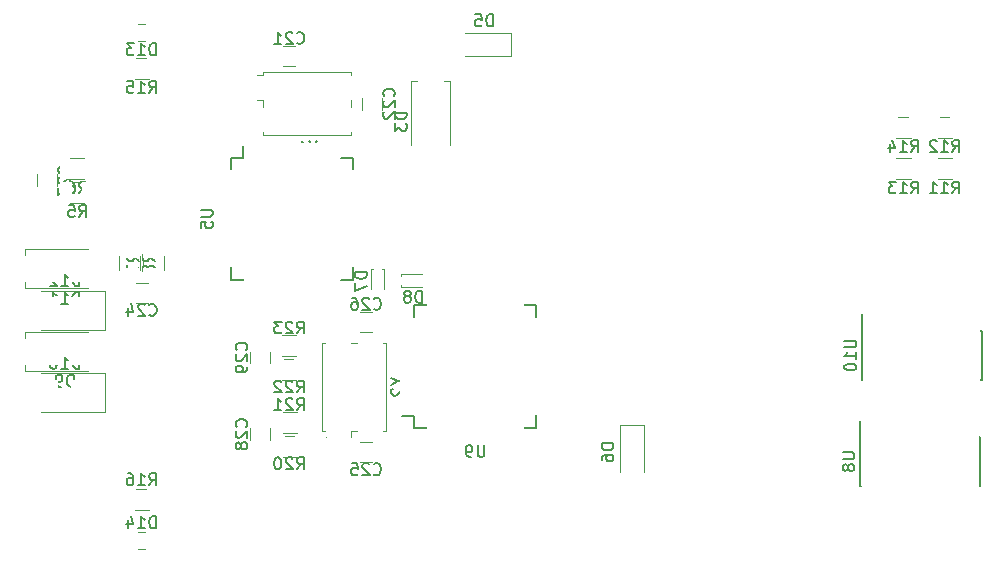
<source format=gbr>
%TF.GenerationSoftware,KiCad,Pcbnew,4.0.7-e2-6376~58~ubuntu16.04.1*%
%TF.CreationDate,2017-12-06T17:26:10+02:00*%
%TF.ProjectId,instrument_cluster,696E737472756D656E745F636C757374,rev?*%
%TF.FileFunction,Legend,Bot*%
%FSLAX46Y46*%
G04 Gerber Fmt 4.6, Leading zero omitted, Abs format (unit mm)*
G04 Created by KiCad (PCBNEW 4.0.7-e2-6376~58~ubuntu16.04.1) date Wed Dec  6 17:26:10 2017*
%MOMM*%
%LPD*%
G01*
G04 APERTURE LIST*
%ADD10C,0.100000*%
%ADD11C,0.120000*%
%ADD12C,0.150000*%
%ADD13R,1.400000X1.650000*%
%ADD14R,1.650000X1.400000*%
%ADD15R,2.200000X2.900000*%
%ADD16R,1.300000X1.600000*%
%ADD17R,1.600000X1.300000*%
%ADD18R,0.750000X0.750000*%
%ADD19R,2.100000X2.100000*%
%ADD20O,2.100000X2.100000*%
%ADD21R,1.100000X1.700000*%
%ADD22R,1.700000X1.100000*%
%ADD23R,1.000000X1.900000*%
%ADD24R,2.500000X2.100000*%
%ADD25R,2.100000X2.500000*%
%ADD26R,0.650000X1.400000*%
%ADD27R,1.400000X0.650000*%
%ADD28R,2.100000X1.800000*%
%ADD29O,2.100000X1.800000*%
%ADD30R,2.900000X2.200000*%
%ADD31R,1.600000X1.600000*%
G04 APERTURE END LIST*
D10*
D11*
X139500000Y-89350000D02*
X138500000Y-89350000D01*
X138500000Y-87650000D02*
X139500000Y-87650000D01*
X146850000Y-92000000D02*
X146850000Y-93000000D01*
X145150000Y-93000000D02*
X145150000Y-92000000D01*
X119350000Y-98500000D02*
X119350000Y-99500000D01*
X117650000Y-99500000D02*
X117650000Y-98500000D01*
X127000000Y-109350000D02*
X126000000Y-109350000D01*
X126000000Y-107650000D02*
X127000000Y-107650000D01*
X146000000Y-122850000D02*
X145000000Y-122850000D01*
X145000000Y-121150000D02*
X146000000Y-121150000D01*
X145000000Y-110150000D02*
X146000000Y-110150000D01*
X146000000Y-111850000D02*
X145000000Y-111850000D01*
X137350000Y-120000000D02*
X137350000Y-121000000D01*
X135650000Y-121000000D02*
X135650000Y-120000000D01*
X137350000Y-113500000D02*
X137350000Y-114500000D01*
X135650000Y-114500000D02*
X135650000Y-113500000D01*
X149350000Y-90600000D02*
X152650000Y-90600000D01*
X152650000Y-90600000D02*
X152650000Y-96000000D01*
X149350000Y-90600000D02*
X149350000Y-96000000D01*
X157750000Y-86500000D02*
X157750000Y-88500000D01*
X157750000Y-88500000D02*
X153850000Y-88500000D01*
X157750000Y-86500000D02*
X153850000Y-86500000D01*
X167000000Y-119750000D02*
X169000000Y-119750000D01*
X169000000Y-119750000D02*
X169000000Y-123650000D01*
X167000000Y-119750000D02*
X167000000Y-123650000D01*
X147050000Y-106500000D02*
X147050000Y-108200000D01*
X145950000Y-106500000D02*
X147050000Y-106500000D01*
X145950000Y-108200000D02*
X145950000Y-106500000D01*
X148500000Y-106950000D02*
X150200000Y-106950000D01*
X148500000Y-108050000D02*
X148500000Y-106950000D01*
X150200000Y-108050000D02*
X148500000Y-108050000D01*
X121650000Y-99120000D02*
X120450000Y-99120000D01*
X120450000Y-100880000D02*
X121650000Y-100880000D01*
X121650000Y-97120000D02*
X120450000Y-97120000D01*
X120450000Y-98880000D02*
X121650000Y-98880000D01*
X128380000Y-106600000D02*
X128380000Y-105400000D01*
X126620000Y-105400000D02*
X126620000Y-106600000D01*
X124620000Y-105400000D02*
X124620000Y-106600000D01*
X126380000Y-106600000D02*
X126380000Y-105400000D01*
X195100000Y-97120000D02*
X193900000Y-97120000D01*
X193900000Y-98880000D02*
X195100000Y-98880000D01*
X195100000Y-93620000D02*
X193900000Y-93620000D01*
X193900000Y-95380000D02*
X195100000Y-95380000D01*
X191600000Y-97120000D02*
X190400000Y-97120000D01*
X190400000Y-98880000D02*
X191600000Y-98880000D01*
X191600000Y-93620000D02*
X190400000Y-93620000D01*
X190400000Y-95380000D02*
X191600000Y-95380000D01*
X138450000Y-122380000D02*
X139650000Y-122380000D01*
X139650000Y-120620000D02*
X138450000Y-120620000D01*
X139650000Y-118620000D02*
X138450000Y-118620000D01*
X138450000Y-120380000D02*
X139650000Y-120380000D01*
X138400000Y-115880000D02*
X139600000Y-115880000D01*
X139600000Y-114120000D02*
X138400000Y-114120000D01*
X139600000Y-112120000D02*
X138400000Y-112120000D01*
X138400000Y-113880000D02*
X139600000Y-113880000D01*
D12*
X187330000Y-120725000D02*
X187355000Y-120725000D01*
X187330000Y-124875000D02*
X187435000Y-124875000D01*
X197480000Y-124875000D02*
X197375000Y-124875000D01*
X197480000Y-120725000D02*
X197375000Y-120725000D01*
X187330000Y-120725000D02*
X187330000Y-124875000D01*
X197480000Y-120725000D02*
X197480000Y-124875000D01*
X187355000Y-120725000D02*
X187355000Y-119350000D01*
X187480000Y-111725000D02*
X187505000Y-111725000D01*
X187480000Y-115875000D02*
X187585000Y-115875000D01*
X197630000Y-115875000D02*
X197525000Y-115875000D01*
X197630000Y-111725000D02*
X197525000Y-111725000D01*
X187480000Y-111725000D02*
X187480000Y-115875000D01*
X197630000Y-111725000D02*
X197630000Y-115875000D01*
X187505000Y-111725000D02*
X187505000Y-110350000D01*
D11*
X136800000Y-94900000D02*
X136800000Y-95200000D01*
X136800000Y-95200000D02*
X144200000Y-95200000D01*
X144200000Y-95200000D02*
X144200000Y-94900000D01*
X136300000Y-90100000D02*
X136800000Y-90100000D01*
X136800000Y-90100000D02*
X136800000Y-89800000D01*
X136800000Y-89800000D02*
X144200000Y-89800000D01*
X144200000Y-89800000D02*
X144200000Y-90100000D01*
X136300000Y-92200000D02*
X136800000Y-92200000D01*
X136800000Y-92200000D02*
X136800000Y-92800000D01*
X144200000Y-92800000D02*
X144200000Y-92200000D01*
X146900000Y-120200000D02*
X147200000Y-120200000D01*
X147200000Y-120200000D02*
X147200000Y-112800000D01*
X147200000Y-112800000D02*
X146900000Y-112800000D01*
X142100000Y-120700000D02*
X142100000Y-120200000D01*
X142100000Y-120200000D02*
X141800000Y-120200000D01*
X141800000Y-120200000D02*
X141800000Y-112800000D01*
X141800000Y-112800000D02*
X142100000Y-112800000D01*
X144200000Y-120700000D02*
X144200000Y-120200000D01*
X144200000Y-120200000D02*
X144800000Y-120200000D01*
X144800000Y-112800000D02*
X144200000Y-112800000D01*
D12*
X134075000Y-97075000D02*
X135075000Y-97075000D01*
X134075000Y-107425000D02*
X135150000Y-107425000D01*
X144425000Y-107425000D02*
X143350000Y-107425000D01*
X144425000Y-97075000D02*
X143350000Y-97075000D01*
X134075000Y-97075000D02*
X134075000Y-98150000D01*
X144425000Y-97075000D02*
X144425000Y-98150000D01*
X144425000Y-107425000D02*
X144425000Y-106350000D01*
X134075000Y-107425000D02*
X134075000Y-106350000D01*
X135075000Y-97075000D02*
X135075000Y-96050000D01*
X149575000Y-119925000D02*
X149575000Y-118925000D01*
X159925000Y-119925000D02*
X159925000Y-118850000D01*
X159925000Y-109575000D02*
X159925000Y-110650000D01*
X149575000Y-109575000D02*
X149575000Y-110650000D01*
X149575000Y-119925000D02*
X150650000Y-119925000D01*
X149575000Y-109575000D02*
X150650000Y-109575000D01*
X159925000Y-109575000D02*
X158850000Y-109575000D01*
X159925000Y-119925000D02*
X158850000Y-119925000D01*
X149575000Y-118925000D02*
X148550000Y-118925000D01*
D11*
X116600000Y-115150000D02*
X116600000Y-111850000D01*
X116600000Y-111850000D02*
X122000000Y-111850000D01*
X116600000Y-115150000D02*
X122000000Y-115150000D01*
X123400000Y-115350000D02*
X123400000Y-118650000D01*
X123400000Y-118650000D02*
X118000000Y-118650000D01*
X123400000Y-115350000D02*
X118000000Y-115350000D01*
X116600000Y-108150000D02*
X116600000Y-104850000D01*
X116600000Y-104850000D02*
X122000000Y-104850000D01*
X116600000Y-108150000D02*
X122000000Y-108150000D01*
X123400000Y-108350000D02*
X123400000Y-111650000D01*
X123400000Y-111650000D02*
X118000000Y-111650000D01*
X123400000Y-108350000D02*
X118000000Y-108350000D01*
X124700000Y-87200000D02*
X124700000Y-85800000D01*
X124700000Y-85800000D02*
X127500000Y-85800000D01*
X124700000Y-87200000D02*
X127500000Y-87200000D01*
X124700000Y-130200000D02*
X124700000Y-128800000D01*
X124700000Y-128800000D02*
X127500000Y-128800000D01*
X124700000Y-130200000D02*
X127500000Y-130200000D01*
X127100000Y-88620000D02*
X125900000Y-88620000D01*
X125900000Y-90380000D02*
X127100000Y-90380000D01*
X125900000Y-126880000D02*
X127100000Y-126880000D01*
X127100000Y-125120000D02*
X125900000Y-125120000D01*
D12*
X139642857Y-87357143D02*
X139690476Y-87404762D01*
X139833333Y-87452381D01*
X139928571Y-87452381D01*
X140071429Y-87404762D01*
X140166667Y-87309524D01*
X140214286Y-87214286D01*
X140261905Y-87023810D01*
X140261905Y-86880952D01*
X140214286Y-86690476D01*
X140166667Y-86595238D01*
X140071429Y-86500000D01*
X139928571Y-86452381D01*
X139833333Y-86452381D01*
X139690476Y-86500000D01*
X139642857Y-86547619D01*
X139261905Y-86547619D02*
X139214286Y-86500000D01*
X139119048Y-86452381D01*
X138880952Y-86452381D01*
X138785714Y-86500000D01*
X138738095Y-86547619D01*
X138690476Y-86642857D01*
X138690476Y-86738095D01*
X138738095Y-86880952D01*
X139309524Y-87452381D01*
X138690476Y-87452381D01*
X137738095Y-87452381D02*
X138309524Y-87452381D01*
X138023810Y-87452381D02*
X138023810Y-86452381D01*
X138119048Y-86595238D01*
X138214286Y-86690476D01*
X138309524Y-86738095D01*
X147857143Y-91857143D02*
X147904762Y-91809524D01*
X147952381Y-91666667D01*
X147952381Y-91571429D01*
X147904762Y-91428571D01*
X147809524Y-91333333D01*
X147714286Y-91285714D01*
X147523810Y-91238095D01*
X147380952Y-91238095D01*
X147190476Y-91285714D01*
X147095238Y-91333333D01*
X147000000Y-91428571D01*
X146952381Y-91571429D01*
X146952381Y-91666667D01*
X147000000Y-91809524D01*
X147047619Y-91857143D01*
X147047619Y-92238095D02*
X147000000Y-92285714D01*
X146952381Y-92380952D01*
X146952381Y-92619048D01*
X147000000Y-92714286D01*
X147047619Y-92761905D01*
X147142857Y-92809524D01*
X147238095Y-92809524D01*
X147380952Y-92761905D01*
X147952381Y-92190476D01*
X147952381Y-92809524D01*
X147047619Y-93190476D02*
X147000000Y-93238095D01*
X146952381Y-93333333D01*
X146952381Y-93571429D01*
X147000000Y-93666667D01*
X147047619Y-93714286D01*
X147142857Y-93761905D01*
X147238095Y-93761905D01*
X147380952Y-93714286D01*
X147952381Y-93142857D01*
X147952381Y-93761905D01*
X120357143Y-98357143D02*
X120404762Y-98309524D01*
X120452381Y-98166667D01*
X120452381Y-98071429D01*
X120404762Y-97928571D01*
X120309524Y-97833333D01*
X120214286Y-97785714D01*
X120023810Y-97738095D01*
X119880952Y-97738095D01*
X119690476Y-97785714D01*
X119595238Y-97833333D01*
X119500000Y-97928571D01*
X119452381Y-98071429D01*
X119452381Y-98166667D01*
X119500000Y-98309524D01*
X119547619Y-98357143D01*
X119547619Y-98738095D02*
X119500000Y-98785714D01*
X119452381Y-98880952D01*
X119452381Y-99119048D01*
X119500000Y-99214286D01*
X119547619Y-99261905D01*
X119642857Y-99309524D01*
X119738095Y-99309524D01*
X119880952Y-99261905D01*
X120452381Y-98690476D01*
X120452381Y-99309524D01*
X119452381Y-99642857D02*
X119452381Y-100261905D01*
X119833333Y-99928571D01*
X119833333Y-100071429D01*
X119880952Y-100166667D01*
X119928571Y-100214286D01*
X120023810Y-100261905D01*
X120261905Y-100261905D01*
X120357143Y-100214286D01*
X120404762Y-100166667D01*
X120452381Y-100071429D01*
X120452381Y-99785714D01*
X120404762Y-99690476D01*
X120357143Y-99642857D01*
X127142857Y-110357143D02*
X127190476Y-110404762D01*
X127333333Y-110452381D01*
X127428571Y-110452381D01*
X127571429Y-110404762D01*
X127666667Y-110309524D01*
X127714286Y-110214286D01*
X127761905Y-110023810D01*
X127761905Y-109880952D01*
X127714286Y-109690476D01*
X127666667Y-109595238D01*
X127571429Y-109500000D01*
X127428571Y-109452381D01*
X127333333Y-109452381D01*
X127190476Y-109500000D01*
X127142857Y-109547619D01*
X126761905Y-109547619D02*
X126714286Y-109500000D01*
X126619048Y-109452381D01*
X126380952Y-109452381D01*
X126285714Y-109500000D01*
X126238095Y-109547619D01*
X126190476Y-109642857D01*
X126190476Y-109738095D01*
X126238095Y-109880952D01*
X126809524Y-110452381D01*
X126190476Y-110452381D01*
X125333333Y-109785714D02*
X125333333Y-110452381D01*
X125571429Y-109404762D02*
X125809524Y-110119048D01*
X125190476Y-110119048D01*
X146142857Y-123857143D02*
X146190476Y-123904762D01*
X146333333Y-123952381D01*
X146428571Y-123952381D01*
X146571429Y-123904762D01*
X146666667Y-123809524D01*
X146714286Y-123714286D01*
X146761905Y-123523810D01*
X146761905Y-123380952D01*
X146714286Y-123190476D01*
X146666667Y-123095238D01*
X146571429Y-123000000D01*
X146428571Y-122952381D01*
X146333333Y-122952381D01*
X146190476Y-123000000D01*
X146142857Y-123047619D01*
X145761905Y-123047619D02*
X145714286Y-123000000D01*
X145619048Y-122952381D01*
X145380952Y-122952381D01*
X145285714Y-123000000D01*
X145238095Y-123047619D01*
X145190476Y-123142857D01*
X145190476Y-123238095D01*
X145238095Y-123380952D01*
X145809524Y-123952381D01*
X145190476Y-123952381D01*
X144285714Y-122952381D02*
X144761905Y-122952381D01*
X144809524Y-123428571D01*
X144761905Y-123380952D01*
X144666667Y-123333333D01*
X144428571Y-123333333D01*
X144333333Y-123380952D01*
X144285714Y-123428571D01*
X144238095Y-123523810D01*
X144238095Y-123761905D01*
X144285714Y-123857143D01*
X144333333Y-123904762D01*
X144428571Y-123952381D01*
X144666667Y-123952381D01*
X144761905Y-123904762D01*
X144809524Y-123857143D01*
X146142857Y-109857143D02*
X146190476Y-109904762D01*
X146333333Y-109952381D01*
X146428571Y-109952381D01*
X146571429Y-109904762D01*
X146666667Y-109809524D01*
X146714286Y-109714286D01*
X146761905Y-109523810D01*
X146761905Y-109380952D01*
X146714286Y-109190476D01*
X146666667Y-109095238D01*
X146571429Y-109000000D01*
X146428571Y-108952381D01*
X146333333Y-108952381D01*
X146190476Y-109000000D01*
X146142857Y-109047619D01*
X145761905Y-109047619D02*
X145714286Y-109000000D01*
X145619048Y-108952381D01*
X145380952Y-108952381D01*
X145285714Y-109000000D01*
X145238095Y-109047619D01*
X145190476Y-109142857D01*
X145190476Y-109238095D01*
X145238095Y-109380952D01*
X145809524Y-109952381D01*
X145190476Y-109952381D01*
X144333333Y-108952381D02*
X144523810Y-108952381D01*
X144619048Y-109000000D01*
X144666667Y-109047619D01*
X144761905Y-109190476D01*
X144809524Y-109380952D01*
X144809524Y-109761905D01*
X144761905Y-109857143D01*
X144714286Y-109904762D01*
X144619048Y-109952381D01*
X144428571Y-109952381D01*
X144333333Y-109904762D01*
X144285714Y-109857143D01*
X144238095Y-109761905D01*
X144238095Y-109523810D01*
X144285714Y-109428571D01*
X144333333Y-109380952D01*
X144428571Y-109333333D01*
X144619048Y-109333333D01*
X144714286Y-109380952D01*
X144761905Y-109428571D01*
X144809524Y-109523810D01*
X135357143Y-119857143D02*
X135404762Y-119809524D01*
X135452381Y-119666667D01*
X135452381Y-119571429D01*
X135404762Y-119428571D01*
X135309524Y-119333333D01*
X135214286Y-119285714D01*
X135023810Y-119238095D01*
X134880952Y-119238095D01*
X134690476Y-119285714D01*
X134595238Y-119333333D01*
X134500000Y-119428571D01*
X134452381Y-119571429D01*
X134452381Y-119666667D01*
X134500000Y-119809524D01*
X134547619Y-119857143D01*
X134547619Y-120238095D02*
X134500000Y-120285714D01*
X134452381Y-120380952D01*
X134452381Y-120619048D01*
X134500000Y-120714286D01*
X134547619Y-120761905D01*
X134642857Y-120809524D01*
X134738095Y-120809524D01*
X134880952Y-120761905D01*
X135452381Y-120190476D01*
X135452381Y-120809524D01*
X134880952Y-121380952D02*
X134833333Y-121285714D01*
X134785714Y-121238095D01*
X134690476Y-121190476D01*
X134642857Y-121190476D01*
X134547619Y-121238095D01*
X134500000Y-121285714D01*
X134452381Y-121380952D01*
X134452381Y-121571429D01*
X134500000Y-121666667D01*
X134547619Y-121714286D01*
X134642857Y-121761905D01*
X134690476Y-121761905D01*
X134785714Y-121714286D01*
X134833333Y-121666667D01*
X134880952Y-121571429D01*
X134880952Y-121380952D01*
X134928571Y-121285714D01*
X134976190Y-121238095D01*
X135071429Y-121190476D01*
X135261905Y-121190476D01*
X135357143Y-121238095D01*
X135404762Y-121285714D01*
X135452381Y-121380952D01*
X135452381Y-121571429D01*
X135404762Y-121666667D01*
X135357143Y-121714286D01*
X135261905Y-121761905D01*
X135071429Y-121761905D01*
X134976190Y-121714286D01*
X134928571Y-121666667D01*
X134880952Y-121571429D01*
X135357143Y-113357143D02*
X135404762Y-113309524D01*
X135452381Y-113166667D01*
X135452381Y-113071429D01*
X135404762Y-112928571D01*
X135309524Y-112833333D01*
X135214286Y-112785714D01*
X135023810Y-112738095D01*
X134880952Y-112738095D01*
X134690476Y-112785714D01*
X134595238Y-112833333D01*
X134500000Y-112928571D01*
X134452381Y-113071429D01*
X134452381Y-113166667D01*
X134500000Y-113309524D01*
X134547619Y-113357143D01*
X134547619Y-113738095D02*
X134500000Y-113785714D01*
X134452381Y-113880952D01*
X134452381Y-114119048D01*
X134500000Y-114214286D01*
X134547619Y-114261905D01*
X134642857Y-114309524D01*
X134738095Y-114309524D01*
X134880952Y-114261905D01*
X135452381Y-113690476D01*
X135452381Y-114309524D01*
X135452381Y-114785714D02*
X135452381Y-114976190D01*
X135404762Y-115071429D01*
X135357143Y-115119048D01*
X135214286Y-115214286D01*
X135023810Y-115261905D01*
X134642857Y-115261905D01*
X134547619Y-115214286D01*
X134500000Y-115166667D01*
X134452381Y-115071429D01*
X134452381Y-114880952D01*
X134500000Y-114785714D01*
X134547619Y-114738095D01*
X134642857Y-114690476D01*
X134880952Y-114690476D01*
X134976190Y-114738095D01*
X135023810Y-114785714D01*
X135071429Y-114880952D01*
X135071429Y-115071429D01*
X135023810Y-115166667D01*
X134976190Y-115214286D01*
X134880952Y-115261905D01*
X148952381Y-93261905D02*
X147952381Y-93261905D01*
X147952381Y-93500000D01*
X148000000Y-93642858D01*
X148095238Y-93738096D01*
X148190476Y-93785715D01*
X148380952Y-93833334D01*
X148523810Y-93833334D01*
X148714286Y-93785715D01*
X148809524Y-93738096D01*
X148904762Y-93642858D01*
X148952381Y-93500000D01*
X148952381Y-93261905D01*
X147952381Y-94166667D02*
X147952381Y-94785715D01*
X148333333Y-94452381D01*
X148333333Y-94595239D01*
X148380952Y-94690477D01*
X148428571Y-94738096D01*
X148523810Y-94785715D01*
X148761905Y-94785715D01*
X148857143Y-94738096D01*
X148904762Y-94690477D01*
X148952381Y-94595239D01*
X148952381Y-94309524D01*
X148904762Y-94214286D01*
X148857143Y-94166667D01*
X156238095Y-85952381D02*
X156238095Y-84952381D01*
X156000000Y-84952381D01*
X155857142Y-85000000D01*
X155761904Y-85095238D01*
X155714285Y-85190476D01*
X155666666Y-85380952D01*
X155666666Y-85523810D01*
X155714285Y-85714286D01*
X155761904Y-85809524D01*
X155857142Y-85904762D01*
X156000000Y-85952381D01*
X156238095Y-85952381D01*
X154761904Y-84952381D02*
X155238095Y-84952381D01*
X155285714Y-85428571D01*
X155238095Y-85380952D01*
X155142857Y-85333333D01*
X154904761Y-85333333D01*
X154809523Y-85380952D01*
X154761904Y-85428571D01*
X154714285Y-85523810D01*
X154714285Y-85761905D01*
X154761904Y-85857143D01*
X154809523Y-85904762D01*
X154904761Y-85952381D01*
X155142857Y-85952381D01*
X155238095Y-85904762D01*
X155285714Y-85857143D01*
X166452381Y-121261905D02*
X165452381Y-121261905D01*
X165452381Y-121500000D01*
X165500000Y-121642858D01*
X165595238Y-121738096D01*
X165690476Y-121785715D01*
X165880952Y-121833334D01*
X166023810Y-121833334D01*
X166214286Y-121785715D01*
X166309524Y-121738096D01*
X166404762Y-121642858D01*
X166452381Y-121500000D01*
X166452381Y-121261905D01*
X165452381Y-122690477D02*
X165452381Y-122500000D01*
X165500000Y-122404762D01*
X165547619Y-122357143D01*
X165690476Y-122261905D01*
X165880952Y-122214286D01*
X166261905Y-122214286D01*
X166357143Y-122261905D01*
X166404762Y-122309524D01*
X166452381Y-122404762D01*
X166452381Y-122595239D01*
X166404762Y-122690477D01*
X166357143Y-122738096D01*
X166261905Y-122785715D01*
X166023810Y-122785715D01*
X165928571Y-122738096D01*
X165880952Y-122690477D01*
X165833333Y-122595239D01*
X165833333Y-122404762D01*
X165880952Y-122309524D01*
X165928571Y-122261905D01*
X166023810Y-122214286D01*
X145552381Y-106761905D02*
X144552381Y-106761905D01*
X144552381Y-107000000D01*
X144600000Y-107142858D01*
X144695238Y-107238096D01*
X144790476Y-107285715D01*
X144980952Y-107333334D01*
X145123810Y-107333334D01*
X145314286Y-107285715D01*
X145409524Y-107238096D01*
X145504762Y-107142858D01*
X145552381Y-107000000D01*
X145552381Y-106761905D01*
X144552381Y-107666667D02*
X144552381Y-108333334D01*
X145552381Y-107904762D01*
X150238095Y-109352381D02*
X150238095Y-108352381D01*
X150000000Y-108352381D01*
X149857142Y-108400000D01*
X149761904Y-108495238D01*
X149714285Y-108590476D01*
X149666666Y-108780952D01*
X149666666Y-108923810D01*
X149714285Y-109114286D01*
X149761904Y-109209524D01*
X149857142Y-109304762D01*
X150000000Y-109352381D01*
X150238095Y-109352381D01*
X149095238Y-108780952D02*
X149190476Y-108733333D01*
X149238095Y-108685714D01*
X149285714Y-108590476D01*
X149285714Y-108542857D01*
X149238095Y-108447619D01*
X149190476Y-108400000D01*
X149095238Y-108352381D01*
X148904761Y-108352381D01*
X148809523Y-108400000D01*
X148761904Y-108447619D01*
X148714285Y-108542857D01*
X148714285Y-108590476D01*
X148761904Y-108685714D01*
X148809523Y-108733333D01*
X148904761Y-108780952D01*
X149095238Y-108780952D01*
X149190476Y-108828571D01*
X149238095Y-108876190D01*
X149285714Y-108971429D01*
X149285714Y-109161905D01*
X149238095Y-109257143D01*
X149190476Y-109304762D01*
X149095238Y-109352381D01*
X148904761Y-109352381D01*
X148809523Y-109304762D01*
X148761904Y-109257143D01*
X148714285Y-109161905D01*
X148714285Y-108971429D01*
X148761904Y-108876190D01*
X148809523Y-108828571D01*
X148904761Y-108780952D01*
X121216666Y-102102381D02*
X121550000Y-101626190D01*
X121788095Y-102102381D02*
X121788095Y-101102381D01*
X121407142Y-101102381D01*
X121311904Y-101150000D01*
X121264285Y-101197619D01*
X121216666Y-101292857D01*
X121216666Y-101435714D01*
X121264285Y-101530952D01*
X121311904Y-101578571D01*
X121407142Y-101626190D01*
X121788095Y-101626190D01*
X120311904Y-101102381D02*
X120788095Y-101102381D01*
X120835714Y-101578571D01*
X120788095Y-101530952D01*
X120692857Y-101483333D01*
X120454761Y-101483333D01*
X120359523Y-101530952D01*
X120311904Y-101578571D01*
X120264285Y-101673810D01*
X120264285Y-101911905D01*
X120311904Y-102007143D01*
X120359523Y-102054762D01*
X120454761Y-102102381D01*
X120692857Y-102102381D01*
X120788095Y-102054762D01*
X120835714Y-102007143D01*
X121216666Y-100102381D02*
X121550000Y-99626190D01*
X121788095Y-100102381D02*
X121788095Y-99102381D01*
X121407142Y-99102381D01*
X121311904Y-99150000D01*
X121264285Y-99197619D01*
X121216666Y-99292857D01*
X121216666Y-99435714D01*
X121264285Y-99530952D01*
X121311904Y-99578571D01*
X121407142Y-99626190D01*
X121788095Y-99626190D01*
X120359523Y-99102381D02*
X120550000Y-99102381D01*
X120645238Y-99150000D01*
X120692857Y-99197619D01*
X120788095Y-99340476D01*
X120835714Y-99530952D01*
X120835714Y-99911905D01*
X120788095Y-100007143D01*
X120740476Y-100054762D01*
X120645238Y-100102381D01*
X120454761Y-100102381D01*
X120359523Y-100054762D01*
X120311904Y-100007143D01*
X120264285Y-99911905D01*
X120264285Y-99673810D01*
X120311904Y-99578571D01*
X120359523Y-99530952D01*
X120454761Y-99483333D01*
X120645238Y-99483333D01*
X120740476Y-99530952D01*
X120788095Y-99578571D01*
X120835714Y-99673810D01*
X126302381Y-105833334D02*
X125826190Y-105500000D01*
X126302381Y-105261905D02*
X125302381Y-105261905D01*
X125302381Y-105642858D01*
X125350000Y-105738096D01*
X125397619Y-105785715D01*
X125492857Y-105833334D01*
X125635714Y-105833334D01*
X125730952Y-105785715D01*
X125778571Y-105738096D01*
X125826190Y-105642858D01*
X125826190Y-105261905D01*
X125302381Y-106166667D02*
X125302381Y-106833334D01*
X126302381Y-106404762D01*
X127602381Y-105833334D02*
X127126190Y-105500000D01*
X127602381Y-105261905D02*
X126602381Y-105261905D01*
X126602381Y-105642858D01*
X126650000Y-105738096D01*
X126697619Y-105785715D01*
X126792857Y-105833334D01*
X126935714Y-105833334D01*
X127030952Y-105785715D01*
X127078571Y-105738096D01*
X127126190Y-105642858D01*
X127126190Y-105261905D01*
X127030952Y-106404762D02*
X126983333Y-106309524D01*
X126935714Y-106261905D01*
X126840476Y-106214286D01*
X126792857Y-106214286D01*
X126697619Y-106261905D01*
X126650000Y-106309524D01*
X126602381Y-106404762D01*
X126602381Y-106595239D01*
X126650000Y-106690477D01*
X126697619Y-106738096D01*
X126792857Y-106785715D01*
X126840476Y-106785715D01*
X126935714Y-106738096D01*
X126983333Y-106690477D01*
X127030952Y-106595239D01*
X127030952Y-106404762D01*
X127078571Y-106309524D01*
X127126190Y-106261905D01*
X127221429Y-106214286D01*
X127411905Y-106214286D01*
X127507143Y-106261905D01*
X127554762Y-106309524D01*
X127602381Y-106404762D01*
X127602381Y-106595239D01*
X127554762Y-106690477D01*
X127507143Y-106738096D01*
X127411905Y-106785715D01*
X127221429Y-106785715D01*
X127126190Y-106738096D01*
X127078571Y-106690477D01*
X127030952Y-106595239D01*
X195142857Y-100102381D02*
X195476191Y-99626190D01*
X195714286Y-100102381D02*
X195714286Y-99102381D01*
X195333333Y-99102381D01*
X195238095Y-99150000D01*
X195190476Y-99197619D01*
X195142857Y-99292857D01*
X195142857Y-99435714D01*
X195190476Y-99530952D01*
X195238095Y-99578571D01*
X195333333Y-99626190D01*
X195714286Y-99626190D01*
X194190476Y-100102381D02*
X194761905Y-100102381D01*
X194476191Y-100102381D02*
X194476191Y-99102381D01*
X194571429Y-99245238D01*
X194666667Y-99340476D01*
X194761905Y-99388095D01*
X193238095Y-100102381D02*
X193809524Y-100102381D01*
X193523810Y-100102381D02*
X193523810Y-99102381D01*
X193619048Y-99245238D01*
X193714286Y-99340476D01*
X193809524Y-99388095D01*
X195142857Y-96602381D02*
X195476191Y-96126190D01*
X195714286Y-96602381D02*
X195714286Y-95602381D01*
X195333333Y-95602381D01*
X195238095Y-95650000D01*
X195190476Y-95697619D01*
X195142857Y-95792857D01*
X195142857Y-95935714D01*
X195190476Y-96030952D01*
X195238095Y-96078571D01*
X195333333Y-96126190D01*
X195714286Y-96126190D01*
X194190476Y-96602381D02*
X194761905Y-96602381D01*
X194476191Y-96602381D02*
X194476191Y-95602381D01*
X194571429Y-95745238D01*
X194666667Y-95840476D01*
X194761905Y-95888095D01*
X193809524Y-95697619D02*
X193761905Y-95650000D01*
X193666667Y-95602381D01*
X193428571Y-95602381D01*
X193333333Y-95650000D01*
X193285714Y-95697619D01*
X193238095Y-95792857D01*
X193238095Y-95888095D01*
X193285714Y-96030952D01*
X193857143Y-96602381D01*
X193238095Y-96602381D01*
X191642857Y-100102381D02*
X191976191Y-99626190D01*
X192214286Y-100102381D02*
X192214286Y-99102381D01*
X191833333Y-99102381D01*
X191738095Y-99150000D01*
X191690476Y-99197619D01*
X191642857Y-99292857D01*
X191642857Y-99435714D01*
X191690476Y-99530952D01*
X191738095Y-99578571D01*
X191833333Y-99626190D01*
X192214286Y-99626190D01*
X190690476Y-100102381D02*
X191261905Y-100102381D01*
X190976191Y-100102381D02*
X190976191Y-99102381D01*
X191071429Y-99245238D01*
X191166667Y-99340476D01*
X191261905Y-99388095D01*
X190357143Y-99102381D02*
X189738095Y-99102381D01*
X190071429Y-99483333D01*
X189928571Y-99483333D01*
X189833333Y-99530952D01*
X189785714Y-99578571D01*
X189738095Y-99673810D01*
X189738095Y-99911905D01*
X189785714Y-100007143D01*
X189833333Y-100054762D01*
X189928571Y-100102381D01*
X190214286Y-100102381D01*
X190309524Y-100054762D01*
X190357143Y-100007143D01*
X191642857Y-96602381D02*
X191976191Y-96126190D01*
X192214286Y-96602381D02*
X192214286Y-95602381D01*
X191833333Y-95602381D01*
X191738095Y-95650000D01*
X191690476Y-95697619D01*
X191642857Y-95792857D01*
X191642857Y-95935714D01*
X191690476Y-96030952D01*
X191738095Y-96078571D01*
X191833333Y-96126190D01*
X192214286Y-96126190D01*
X190690476Y-96602381D02*
X191261905Y-96602381D01*
X190976191Y-96602381D02*
X190976191Y-95602381D01*
X191071429Y-95745238D01*
X191166667Y-95840476D01*
X191261905Y-95888095D01*
X189833333Y-95935714D02*
X189833333Y-96602381D01*
X190071429Y-95554762D02*
X190309524Y-96269048D01*
X189690476Y-96269048D01*
X139642857Y-123452381D02*
X139976191Y-122976190D01*
X140214286Y-123452381D02*
X140214286Y-122452381D01*
X139833333Y-122452381D01*
X139738095Y-122500000D01*
X139690476Y-122547619D01*
X139642857Y-122642857D01*
X139642857Y-122785714D01*
X139690476Y-122880952D01*
X139738095Y-122928571D01*
X139833333Y-122976190D01*
X140214286Y-122976190D01*
X139261905Y-122547619D02*
X139214286Y-122500000D01*
X139119048Y-122452381D01*
X138880952Y-122452381D01*
X138785714Y-122500000D01*
X138738095Y-122547619D01*
X138690476Y-122642857D01*
X138690476Y-122738095D01*
X138738095Y-122880952D01*
X139309524Y-123452381D01*
X138690476Y-123452381D01*
X138071429Y-122452381D02*
X137976190Y-122452381D01*
X137880952Y-122500000D01*
X137833333Y-122547619D01*
X137785714Y-122642857D01*
X137738095Y-122833333D01*
X137738095Y-123071429D01*
X137785714Y-123261905D01*
X137833333Y-123357143D01*
X137880952Y-123404762D01*
X137976190Y-123452381D01*
X138071429Y-123452381D01*
X138166667Y-123404762D01*
X138214286Y-123357143D01*
X138261905Y-123261905D01*
X138309524Y-123071429D01*
X138309524Y-122833333D01*
X138261905Y-122642857D01*
X138214286Y-122547619D01*
X138166667Y-122500000D01*
X138071429Y-122452381D01*
X139642857Y-118452381D02*
X139976191Y-117976190D01*
X140214286Y-118452381D02*
X140214286Y-117452381D01*
X139833333Y-117452381D01*
X139738095Y-117500000D01*
X139690476Y-117547619D01*
X139642857Y-117642857D01*
X139642857Y-117785714D01*
X139690476Y-117880952D01*
X139738095Y-117928571D01*
X139833333Y-117976190D01*
X140214286Y-117976190D01*
X139261905Y-117547619D02*
X139214286Y-117500000D01*
X139119048Y-117452381D01*
X138880952Y-117452381D01*
X138785714Y-117500000D01*
X138738095Y-117547619D01*
X138690476Y-117642857D01*
X138690476Y-117738095D01*
X138738095Y-117880952D01*
X139309524Y-118452381D01*
X138690476Y-118452381D01*
X137738095Y-118452381D02*
X138309524Y-118452381D01*
X138023810Y-118452381D02*
X138023810Y-117452381D01*
X138119048Y-117595238D01*
X138214286Y-117690476D01*
X138309524Y-117738095D01*
X139642857Y-116952381D02*
X139976191Y-116476190D01*
X140214286Y-116952381D02*
X140214286Y-115952381D01*
X139833333Y-115952381D01*
X139738095Y-116000000D01*
X139690476Y-116047619D01*
X139642857Y-116142857D01*
X139642857Y-116285714D01*
X139690476Y-116380952D01*
X139738095Y-116428571D01*
X139833333Y-116476190D01*
X140214286Y-116476190D01*
X139261905Y-116047619D02*
X139214286Y-116000000D01*
X139119048Y-115952381D01*
X138880952Y-115952381D01*
X138785714Y-116000000D01*
X138738095Y-116047619D01*
X138690476Y-116142857D01*
X138690476Y-116238095D01*
X138738095Y-116380952D01*
X139309524Y-116952381D01*
X138690476Y-116952381D01*
X138309524Y-116047619D02*
X138261905Y-116000000D01*
X138166667Y-115952381D01*
X137928571Y-115952381D01*
X137833333Y-116000000D01*
X137785714Y-116047619D01*
X137738095Y-116142857D01*
X137738095Y-116238095D01*
X137785714Y-116380952D01*
X138357143Y-116952381D01*
X137738095Y-116952381D01*
X139642857Y-111952381D02*
X139976191Y-111476190D01*
X140214286Y-111952381D02*
X140214286Y-110952381D01*
X139833333Y-110952381D01*
X139738095Y-111000000D01*
X139690476Y-111047619D01*
X139642857Y-111142857D01*
X139642857Y-111285714D01*
X139690476Y-111380952D01*
X139738095Y-111428571D01*
X139833333Y-111476190D01*
X140214286Y-111476190D01*
X139261905Y-111047619D02*
X139214286Y-111000000D01*
X139119048Y-110952381D01*
X138880952Y-110952381D01*
X138785714Y-111000000D01*
X138738095Y-111047619D01*
X138690476Y-111142857D01*
X138690476Y-111238095D01*
X138738095Y-111380952D01*
X139309524Y-111952381D01*
X138690476Y-111952381D01*
X138357143Y-110952381D02*
X137738095Y-110952381D01*
X138071429Y-111333333D01*
X137928571Y-111333333D01*
X137833333Y-111380952D01*
X137785714Y-111428571D01*
X137738095Y-111523810D01*
X137738095Y-111761905D01*
X137785714Y-111857143D01*
X137833333Y-111904762D01*
X137928571Y-111952381D01*
X138214286Y-111952381D01*
X138309524Y-111904762D01*
X138357143Y-111857143D01*
X185857381Y-122038095D02*
X186666905Y-122038095D01*
X186762143Y-122085714D01*
X186809762Y-122133333D01*
X186857381Y-122228571D01*
X186857381Y-122419048D01*
X186809762Y-122514286D01*
X186762143Y-122561905D01*
X186666905Y-122609524D01*
X185857381Y-122609524D01*
X186285952Y-123228571D02*
X186238333Y-123133333D01*
X186190714Y-123085714D01*
X186095476Y-123038095D01*
X186047857Y-123038095D01*
X185952619Y-123085714D01*
X185905000Y-123133333D01*
X185857381Y-123228571D01*
X185857381Y-123419048D01*
X185905000Y-123514286D01*
X185952619Y-123561905D01*
X186047857Y-123609524D01*
X186095476Y-123609524D01*
X186190714Y-123561905D01*
X186238333Y-123514286D01*
X186285952Y-123419048D01*
X186285952Y-123228571D01*
X186333571Y-123133333D01*
X186381190Y-123085714D01*
X186476429Y-123038095D01*
X186666905Y-123038095D01*
X186762143Y-123085714D01*
X186809762Y-123133333D01*
X186857381Y-123228571D01*
X186857381Y-123419048D01*
X186809762Y-123514286D01*
X186762143Y-123561905D01*
X186666905Y-123609524D01*
X186476429Y-123609524D01*
X186381190Y-123561905D01*
X186333571Y-123514286D01*
X186285952Y-123419048D01*
X186007381Y-112561905D02*
X186816905Y-112561905D01*
X186912143Y-112609524D01*
X186959762Y-112657143D01*
X187007381Y-112752381D01*
X187007381Y-112942858D01*
X186959762Y-113038096D01*
X186912143Y-113085715D01*
X186816905Y-113133334D01*
X186007381Y-113133334D01*
X187007381Y-114133334D02*
X187007381Y-113561905D01*
X187007381Y-113847619D02*
X186007381Y-113847619D01*
X186150238Y-113752381D01*
X186245476Y-113657143D01*
X186293095Y-113561905D01*
X186007381Y-114752381D02*
X186007381Y-114847620D01*
X186055000Y-114942858D01*
X186102619Y-114990477D01*
X186197857Y-115038096D01*
X186388333Y-115085715D01*
X186626429Y-115085715D01*
X186816905Y-115038096D01*
X186912143Y-114990477D01*
X186959762Y-114942858D01*
X187007381Y-114847620D01*
X187007381Y-114752381D01*
X186959762Y-114657143D01*
X186912143Y-114609524D01*
X186816905Y-114561905D01*
X186626429Y-114514286D01*
X186388333Y-114514286D01*
X186197857Y-114561905D01*
X186102619Y-114609524D01*
X186055000Y-114657143D01*
X186007381Y-114752381D01*
X140976191Y-96176190D02*
X140976191Y-96652381D01*
X141309524Y-95652381D02*
X140976191Y-96176190D01*
X140642857Y-95652381D01*
X139785714Y-96652381D02*
X140357143Y-96652381D01*
X140071429Y-96652381D02*
X140071429Y-95652381D01*
X140166667Y-95795238D01*
X140261905Y-95890476D01*
X140357143Y-95938095D01*
X148176190Y-116023809D02*
X148652381Y-116023809D01*
X147652381Y-115690476D02*
X148176190Y-116023809D01*
X147652381Y-116357143D01*
X147747619Y-116642857D02*
X147700000Y-116690476D01*
X147652381Y-116785714D01*
X147652381Y-117023810D01*
X147700000Y-117119048D01*
X147747619Y-117166667D01*
X147842857Y-117214286D01*
X147938095Y-117214286D01*
X148080952Y-117166667D01*
X148652381Y-116595238D01*
X148652381Y-117214286D01*
X131502381Y-101488095D02*
X132311905Y-101488095D01*
X132407143Y-101535714D01*
X132454762Y-101583333D01*
X132502381Y-101678571D01*
X132502381Y-101869048D01*
X132454762Y-101964286D01*
X132407143Y-102011905D01*
X132311905Y-102059524D01*
X131502381Y-102059524D01*
X131502381Y-103011905D02*
X131502381Y-102535714D01*
X131978571Y-102488095D01*
X131930952Y-102535714D01*
X131883333Y-102630952D01*
X131883333Y-102869048D01*
X131930952Y-102964286D01*
X131978571Y-103011905D01*
X132073810Y-103059524D01*
X132311905Y-103059524D01*
X132407143Y-103011905D01*
X132454762Y-102964286D01*
X132502381Y-102869048D01*
X132502381Y-102630952D01*
X132454762Y-102535714D01*
X132407143Y-102488095D01*
X155511905Y-121402381D02*
X155511905Y-122211905D01*
X155464286Y-122307143D01*
X155416667Y-122354762D01*
X155321429Y-122402381D01*
X155130952Y-122402381D01*
X155035714Y-122354762D01*
X154988095Y-122307143D01*
X154940476Y-122211905D01*
X154940476Y-121402381D01*
X154416667Y-122402381D02*
X154226191Y-122402381D01*
X154130952Y-122354762D01*
X154083333Y-122307143D01*
X153988095Y-122164286D01*
X153940476Y-121973810D01*
X153940476Y-121592857D01*
X153988095Y-121497619D01*
X154035714Y-121450000D01*
X154130952Y-121402381D01*
X154321429Y-121402381D01*
X154416667Y-121450000D01*
X154464286Y-121497619D01*
X154511905Y-121592857D01*
X154511905Y-121830952D01*
X154464286Y-121926190D01*
X154416667Y-121973810D01*
X154321429Y-122021429D01*
X154130952Y-122021429D01*
X154035714Y-121973810D01*
X153988095Y-121926190D01*
X153940476Y-121830952D01*
X120738095Y-116452381D02*
X120738095Y-115452381D01*
X120500000Y-115452381D01*
X120357142Y-115500000D01*
X120261904Y-115595238D01*
X120214285Y-115690476D01*
X120166666Y-115880952D01*
X120166666Y-116023810D01*
X120214285Y-116214286D01*
X120261904Y-116309524D01*
X120357142Y-116404762D01*
X120500000Y-116452381D01*
X120738095Y-116452381D01*
X119690476Y-116452381D02*
X119500000Y-116452381D01*
X119404761Y-116404762D01*
X119357142Y-116357143D01*
X119261904Y-116214286D01*
X119214285Y-116023810D01*
X119214285Y-115642857D01*
X119261904Y-115547619D01*
X119309523Y-115500000D01*
X119404761Y-115452381D01*
X119595238Y-115452381D01*
X119690476Y-115500000D01*
X119738095Y-115547619D01*
X119785714Y-115642857D01*
X119785714Y-115880952D01*
X119738095Y-115976190D01*
X119690476Y-116023810D01*
X119595238Y-116071429D01*
X119404761Y-116071429D01*
X119309523Y-116023810D01*
X119261904Y-115976190D01*
X119214285Y-115880952D01*
X121214286Y-114952381D02*
X121214286Y-113952381D01*
X120976191Y-113952381D01*
X120833333Y-114000000D01*
X120738095Y-114095238D01*
X120690476Y-114190476D01*
X120642857Y-114380952D01*
X120642857Y-114523810D01*
X120690476Y-114714286D01*
X120738095Y-114809524D01*
X120833333Y-114904762D01*
X120976191Y-114952381D01*
X121214286Y-114952381D01*
X119690476Y-114952381D02*
X120261905Y-114952381D01*
X119976191Y-114952381D02*
X119976191Y-113952381D01*
X120071429Y-114095238D01*
X120166667Y-114190476D01*
X120261905Y-114238095D01*
X119071429Y-113952381D02*
X118976190Y-113952381D01*
X118880952Y-114000000D01*
X118833333Y-114047619D01*
X118785714Y-114142857D01*
X118738095Y-114333333D01*
X118738095Y-114571429D01*
X118785714Y-114761905D01*
X118833333Y-114857143D01*
X118880952Y-114904762D01*
X118976190Y-114952381D01*
X119071429Y-114952381D01*
X119166667Y-114904762D01*
X119214286Y-114857143D01*
X119261905Y-114761905D01*
X119309524Y-114571429D01*
X119309524Y-114333333D01*
X119261905Y-114142857D01*
X119214286Y-114047619D01*
X119166667Y-114000000D01*
X119071429Y-113952381D01*
X121214286Y-109452381D02*
X121214286Y-108452381D01*
X120976191Y-108452381D01*
X120833333Y-108500000D01*
X120738095Y-108595238D01*
X120690476Y-108690476D01*
X120642857Y-108880952D01*
X120642857Y-109023810D01*
X120690476Y-109214286D01*
X120738095Y-109309524D01*
X120833333Y-109404762D01*
X120976191Y-109452381D01*
X121214286Y-109452381D01*
X119690476Y-109452381D02*
X120261905Y-109452381D01*
X119976191Y-109452381D02*
X119976191Y-108452381D01*
X120071429Y-108595238D01*
X120166667Y-108690476D01*
X120261905Y-108738095D01*
X118738095Y-109452381D02*
X119309524Y-109452381D01*
X119023810Y-109452381D02*
X119023810Y-108452381D01*
X119119048Y-108595238D01*
X119214286Y-108690476D01*
X119309524Y-108738095D01*
X121214286Y-107952381D02*
X121214286Y-106952381D01*
X120976191Y-106952381D01*
X120833333Y-107000000D01*
X120738095Y-107095238D01*
X120690476Y-107190476D01*
X120642857Y-107380952D01*
X120642857Y-107523810D01*
X120690476Y-107714286D01*
X120738095Y-107809524D01*
X120833333Y-107904762D01*
X120976191Y-107952381D01*
X121214286Y-107952381D01*
X119690476Y-107952381D02*
X120261905Y-107952381D01*
X119976191Y-107952381D02*
X119976191Y-106952381D01*
X120071429Y-107095238D01*
X120166667Y-107190476D01*
X120261905Y-107238095D01*
X119309524Y-107047619D02*
X119261905Y-107000000D01*
X119166667Y-106952381D01*
X118928571Y-106952381D01*
X118833333Y-107000000D01*
X118785714Y-107047619D01*
X118738095Y-107142857D01*
X118738095Y-107238095D01*
X118785714Y-107380952D01*
X119357143Y-107952381D01*
X118738095Y-107952381D01*
X127714286Y-88402381D02*
X127714286Y-87402381D01*
X127476191Y-87402381D01*
X127333333Y-87450000D01*
X127238095Y-87545238D01*
X127190476Y-87640476D01*
X127142857Y-87830952D01*
X127142857Y-87973810D01*
X127190476Y-88164286D01*
X127238095Y-88259524D01*
X127333333Y-88354762D01*
X127476191Y-88402381D01*
X127714286Y-88402381D01*
X126190476Y-88402381D02*
X126761905Y-88402381D01*
X126476191Y-88402381D02*
X126476191Y-87402381D01*
X126571429Y-87545238D01*
X126666667Y-87640476D01*
X126761905Y-87688095D01*
X125857143Y-87402381D02*
X125238095Y-87402381D01*
X125571429Y-87783333D01*
X125428571Y-87783333D01*
X125333333Y-87830952D01*
X125285714Y-87878571D01*
X125238095Y-87973810D01*
X125238095Y-88211905D01*
X125285714Y-88307143D01*
X125333333Y-88354762D01*
X125428571Y-88402381D01*
X125714286Y-88402381D01*
X125809524Y-88354762D01*
X125857143Y-88307143D01*
X127714286Y-128452381D02*
X127714286Y-127452381D01*
X127476191Y-127452381D01*
X127333333Y-127500000D01*
X127238095Y-127595238D01*
X127190476Y-127690476D01*
X127142857Y-127880952D01*
X127142857Y-128023810D01*
X127190476Y-128214286D01*
X127238095Y-128309524D01*
X127333333Y-128404762D01*
X127476191Y-128452381D01*
X127714286Y-128452381D01*
X126190476Y-128452381D02*
X126761905Y-128452381D01*
X126476191Y-128452381D02*
X126476191Y-127452381D01*
X126571429Y-127595238D01*
X126666667Y-127690476D01*
X126761905Y-127738095D01*
X125333333Y-127785714D02*
X125333333Y-128452381D01*
X125571429Y-127404762D02*
X125809524Y-128119048D01*
X125190476Y-128119048D01*
X127142857Y-91602381D02*
X127476191Y-91126190D01*
X127714286Y-91602381D02*
X127714286Y-90602381D01*
X127333333Y-90602381D01*
X127238095Y-90650000D01*
X127190476Y-90697619D01*
X127142857Y-90792857D01*
X127142857Y-90935714D01*
X127190476Y-91030952D01*
X127238095Y-91078571D01*
X127333333Y-91126190D01*
X127714286Y-91126190D01*
X126190476Y-91602381D02*
X126761905Y-91602381D01*
X126476191Y-91602381D02*
X126476191Y-90602381D01*
X126571429Y-90745238D01*
X126666667Y-90840476D01*
X126761905Y-90888095D01*
X125285714Y-90602381D02*
X125761905Y-90602381D01*
X125809524Y-91078571D01*
X125761905Y-91030952D01*
X125666667Y-90983333D01*
X125428571Y-90983333D01*
X125333333Y-91030952D01*
X125285714Y-91078571D01*
X125238095Y-91173810D01*
X125238095Y-91411905D01*
X125285714Y-91507143D01*
X125333333Y-91554762D01*
X125428571Y-91602381D01*
X125666667Y-91602381D01*
X125761905Y-91554762D01*
X125809524Y-91507143D01*
X127142857Y-124802381D02*
X127476191Y-124326190D01*
X127714286Y-124802381D02*
X127714286Y-123802381D01*
X127333333Y-123802381D01*
X127238095Y-123850000D01*
X127190476Y-123897619D01*
X127142857Y-123992857D01*
X127142857Y-124135714D01*
X127190476Y-124230952D01*
X127238095Y-124278571D01*
X127333333Y-124326190D01*
X127714286Y-124326190D01*
X126190476Y-124802381D02*
X126761905Y-124802381D01*
X126476191Y-124802381D02*
X126476191Y-123802381D01*
X126571429Y-123945238D01*
X126666667Y-124040476D01*
X126761905Y-124088095D01*
X125333333Y-123802381D02*
X125523810Y-123802381D01*
X125619048Y-123850000D01*
X125666667Y-123897619D01*
X125761905Y-124040476D01*
X125809524Y-124230952D01*
X125809524Y-124611905D01*
X125761905Y-124707143D01*
X125714286Y-124754762D01*
X125619048Y-124802381D01*
X125428571Y-124802381D01*
X125333333Y-124754762D01*
X125285714Y-124707143D01*
X125238095Y-124611905D01*
X125238095Y-124373810D01*
X125285714Y-124278571D01*
X125333333Y-124230952D01*
X125428571Y-124183333D01*
X125619048Y-124183333D01*
X125714286Y-124230952D01*
X125761905Y-124278571D01*
X125809524Y-124373810D01*
%LPC*%
D13*
X138000000Y-88500000D03*
X140000000Y-88500000D03*
D14*
X146000000Y-93500000D03*
X146000000Y-91500000D03*
X118500000Y-100000000D03*
X118500000Y-98000000D03*
D13*
X125500000Y-108500000D03*
X127500000Y-108500000D03*
X144500000Y-122000000D03*
X146500000Y-122000000D03*
X146500000Y-111000000D03*
X144500000Y-111000000D03*
D14*
X136500000Y-121500000D03*
X136500000Y-119500000D03*
X136500000Y-115000000D03*
X136500000Y-113000000D03*
D15*
X151000000Y-92000000D03*
X151000000Y-96000000D03*
D16*
X157150000Y-87500000D03*
X153850000Y-87500000D03*
D17*
X168000000Y-120350000D03*
X168000000Y-123650000D03*
D18*
X146500000Y-108225000D03*
X146500000Y-106775000D03*
X150225000Y-107500000D03*
X148775000Y-107500000D03*
D19*
X118110000Y-87630000D03*
D20*
X118110000Y-90170000D03*
X118110000Y-92710000D03*
X118110000Y-95250000D03*
D19*
X118110000Y-129000000D03*
D20*
X118110000Y-126460000D03*
X118110000Y-123920000D03*
X118110000Y-121380000D03*
D21*
X120100000Y-100000000D03*
X122000000Y-100000000D03*
X120100000Y-98000000D03*
X122000000Y-98000000D03*
D22*
X127500000Y-105050000D03*
X127500000Y-106950000D03*
X125500000Y-106950000D03*
X125500000Y-105050000D03*
D21*
X193550000Y-98000000D03*
X195450000Y-98000000D03*
X193550000Y-94500000D03*
X195450000Y-94500000D03*
X190050000Y-98000000D03*
X191950000Y-98000000D03*
X190050000Y-94500000D03*
X191950000Y-94500000D03*
X140000000Y-121500000D03*
X138100000Y-121500000D03*
X138100000Y-119500000D03*
X140000000Y-119500000D03*
X139950000Y-115000000D03*
X138050000Y-115000000D03*
X138050000Y-113000000D03*
X139950000Y-113000000D03*
D23*
X187960000Y-120100000D03*
X189230000Y-120100000D03*
X190500000Y-120100000D03*
X191770000Y-120100000D03*
X193040000Y-120100000D03*
X194310000Y-120100000D03*
X195580000Y-120100000D03*
X196850000Y-120100000D03*
X196850000Y-125500000D03*
X195580000Y-125500000D03*
X194310000Y-125500000D03*
X193040000Y-125500000D03*
X191770000Y-125500000D03*
X190500000Y-125500000D03*
X189230000Y-125500000D03*
X187960000Y-125500000D03*
X188110000Y-111100000D03*
X189380000Y-111100000D03*
X190650000Y-111100000D03*
X191920000Y-111100000D03*
X193190000Y-111100000D03*
X194460000Y-111100000D03*
X195730000Y-111100000D03*
X197000000Y-111100000D03*
X197000000Y-116500000D03*
X195730000Y-116500000D03*
X194460000Y-116500000D03*
X193190000Y-116500000D03*
X191920000Y-116500000D03*
X190650000Y-116500000D03*
X189380000Y-116500000D03*
X188110000Y-116500000D03*
D24*
X137550000Y-91150000D03*
X143450000Y-91150000D03*
X143450000Y-93850000D03*
X137550000Y-93850000D03*
D25*
X143150000Y-119450000D03*
X143150000Y-113550000D03*
X145850000Y-113550000D03*
X145850000Y-119450000D03*
D26*
X135500000Y-96550000D03*
X136000000Y-96550000D03*
X136500000Y-96550000D03*
X137000000Y-96550000D03*
X137500000Y-96550000D03*
X138000000Y-96550000D03*
X138500000Y-96550000D03*
X139000000Y-96550000D03*
X139500000Y-96550000D03*
X140000000Y-96550000D03*
X140500000Y-96550000D03*
X141000000Y-96550000D03*
X141500000Y-96550000D03*
X142000000Y-96550000D03*
X142500000Y-96550000D03*
X143000000Y-96550000D03*
D27*
X144950000Y-98500000D03*
X144950000Y-99000000D03*
X144950000Y-99500000D03*
X144950000Y-100000000D03*
X144950000Y-100500000D03*
X144950000Y-101000000D03*
X144950000Y-101500000D03*
X144950000Y-102000000D03*
X144950000Y-102500000D03*
X144950000Y-103000000D03*
X144950000Y-103500000D03*
X144950000Y-104000000D03*
X144950000Y-104500000D03*
X144950000Y-105000000D03*
X144950000Y-105500000D03*
X144950000Y-106000000D03*
D26*
X143000000Y-107950000D03*
X142500000Y-107950000D03*
X142000000Y-107950000D03*
X141500000Y-107950000D03*
X141000000Y-107950000D03*
X140500000Y-107950000D03*
X140000000Y-107950000D03*
X139500000Y-107950000D03*
X139000000Y-107950000D03*
X138500000Y-107950000D03*
X138000000Y-107950000D03*
X137500000Y-107950000D03*
X137000000Y-107950000D03*
X136500000Y-107950000D03*
X136000000Y-107950000D03*
X135500000Y-107950000D03*
D27*
X133550000Y-106000000D03*
X133550000Y-105500000D03*
X133550000Y-105000000D03*
X133550000Y-104500000D03*
X133550000Y-104000000D03*
X133550000Y-103500000D03*
X133550000Y-103000000D03*
X133550000Y-102500000D03*
X133550000Y-102000000D03*
X133550000Y-101500000D03*
X133550000Y-101000000D03*
X133550000Y-100500000D03*
X133550000Y-100000000D03*
X133550000Y-99500000D03*
X133550000Y-99000000D03*
X133550000Y-98500000D03*
X149050000Y-118500000D03*
X149050000Y-118000000D03*
X149050000Y-117500000D03*
X149050000Y-117000000D03*
X149050000Y-116500000D03*
X149050000Y-116000000D03*
X149050000Y-115500000D03*
X149050000Y-115000000D03*
X149050000Y-114500000D03*
X149050000Y-114000000D03*
X149050000Y-113500000D03*
X149050000Y-113000000D03*
X149050000Y-112500000D03*
X149050000Y-112000000D03*
X149050000Y-111500000D03*
X149050000Y-111000000D03*
D26*
X151000000Y-109050000D03*
X151500000Y-109050000D03*
X152000000Y-109050000D03*
X152500000Y-109050000D03*
X153000000Y-109050000D03*
X153500000Y-109050000D03*
X154000000Y-109050000D03*
X154500000Y-109050000D03*
X155000000Y-109050000D03*
X155500000Y-109050000D03*
X156000000Y-109050000D03*
X156500000Y-109050000D03*
X157000000Y-109050000D03*
X157500000Y-109050000D03*
X158000000Y-109050000D03*
X158500000Y-109050000D03*
D27*
X160450000Y-111000000D03*
X160450000Y-111500000D03*
X160450000Y-112000000D03*
X160450000Y-112500000D03*
X160450000Y-113000000D03*
X160450000Y-113500000D03*
X160450000Y-114000000D03*
X160450000Y-114500000D03*
X160450000Y-115000000D03*
X160450000Y-115500000D03*
X160450000Y-116000000D03*
X160450000Y-116500000D03*
X160450000Y-117000000D03*
X160450000Y-117500000D03*
X160450000Y-118000000D03*
X160450000Y-118500000D03*
D26*
X158500000Y-120450000D03*
X158000000Y-120450000D03*
X157500000Y-120450000D03*
X157000000Y-120450000D03*
X156500000Y-120450000D03*
X156000000Y-120450000D03*
X155500000Y-120450000D03*
X155000000Y-120450000D03*
X154500000Y-120450000D03*
X154000000Y-120450000D03*
X153500000Y-120450000D03*
X153000000Y-120450000D03*
X152500000Y-120450000D03*
X152000000Y-120450000D03*
X151500000Y-120450000D03*
X151000000Y-120450000D03*
D28*
X200660000Y-127000000D03*
D29*
X200660000Y-124460000D03*
X200660000Y-121920000D03*
X200660000Y-119380000D03*
X200660000Y-116840000D03*
X200660000Y-114300000D03*
X200660000Y-111760000D03*
X200660000Y-109220000D03*
X200660000Y-106680000D03*
X200660000Y-104140000D03*
X200660000Y-101600000D03*
X200660000Y-99060000D03*
X200660000Y-96520000D03*
X200660000Y-93980000D03*
X200660000Y-91440000D03*
X200660000Y-88900000D03*
X203200000Y-127000000D03*
X203200000Y-124460000D03*
X203200000Y-121920000D03*
X203200000Y-119380000D03*
X203200000Y-116840000D03*
X203200000Y-114300000D03*
X203200000Y-111760000D03*
X203200000Y-109220000D03*
X203200000Y-106680000D03*
X203200000Y-104140000D03*
X203200000Y-101600000D03*
X203200000Y-99060000D03*
X203200000Y-96520000D03*
X203200000Y-93980000D03*
X203200000Y-91440000D03*
X203200000Y-88900000D03*
D28*
X114300000Y-127000000D03*
D29*
X114300000Y-121920000D03*
X114300000Y-124460000D03*
X114300000Y-119380000D03*
X114300000Y-116840000D03*
X114300000Y-114300000D03*
X114300000Y-111760000D03*
X114300000Y-109220000D03*
X114300000Y-106680000D03*
X114300000Y-104140000D03*
X114300000Y-101600000D03*
X114300000Y-99060000D03*
X114300000Y-96520000D03*
X114300000Y-93980000D03*
X114300000Y-91440000D03*
X114300000Y-88900000D03*
X111760000Y-127000000D03*
X111760000Y-124460000D03*
X111760000Y-121920000D03*
X111760000Y-119380000D03*
X111760000Y-116840000D03*
X111760000Y-114300000D03*
X111760000Y-111760000D03*
X111760000Y-109220000D03*
X111760000Y-106680000D03*
X111760000Y-104140000D03*
X111760000Y-101600000D03*
X111760000Y-99060000D03*
X111760000Y-96520000D03*
X111760000Y-93980000D03*
X111760000Y-91440000D03*
X111760000Y-88900000D03*
D30*
X118000000Y-113500000D03*
X122000000Y-113500000D03*
X122000000Y-117000000D03*
X118000000Y-117000000D03*
X118000000Y-106500000D03*
X122000000Y-106500000D03*
X122000000Y-110000000D03*
X118000000Y-110000000D03*
D31*
X127600000Y-86500000D03*
X125400000Y-86500000D03*
X127600000Y-129500000D03*
X125400000Y-129500000D03*
D21*
X125550000Y-89500000D03*
X127450000Y-89500000D03*
X127450000Y-126000000D03*
X125550000Y-126000000D03*
M02*

</source>
